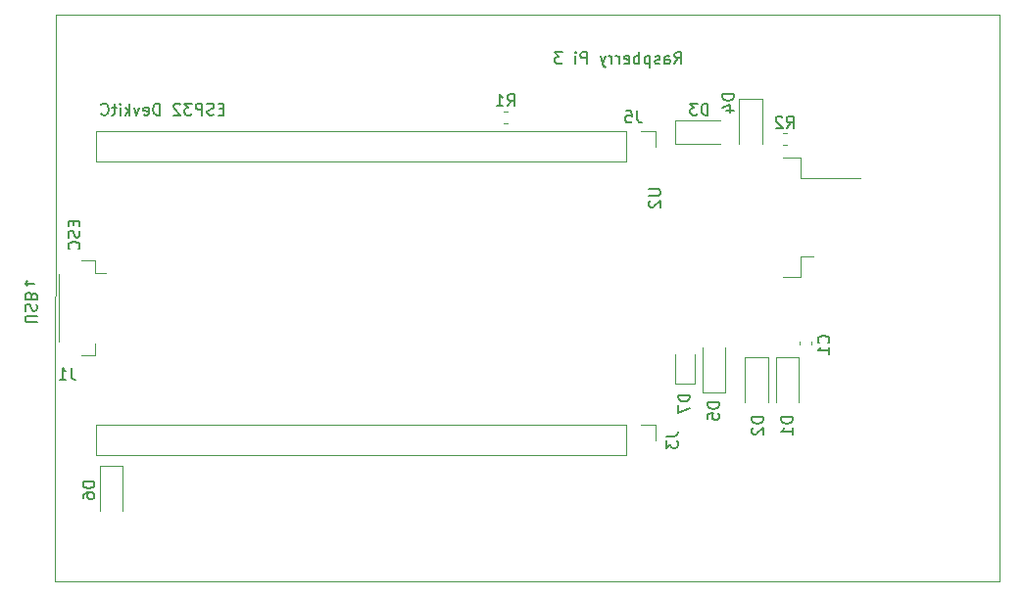
<source format=gbr>
G04 #@! TF.GenerationSoftware,KiCad,Pcbnew,5.0.2-bee76a0~70~ubuntu18.04.1*
G04 #@! TF.CreationDate,2019-11-21T17:40:54+09:00*
G04 #@! TF.ProjectId,Drone,44726f6e-652e-46b6-9963-61645f706362,rev?*
G04 #@! TF.SameCoordinates,Original*
G04 #@! TF.FileFunction,Legend,Bot*
G04 #@! TF.FilePolarity,Positive*
%FSLAX46Y46*%
G04 Gerber Fmt 4.6, Leading zero omitted, Abs format (unit mm)*
G04 Created by KiCad (PCBNEW 5.0.2-bee76a0~70~ubuntu18.04.1) date 2019年11月21日 17時40分54秒*
%MOMM*%
%LPD*%
G01*
G04 APERTURE LIST*
%ADD10C,0.150000*%
%ADD11C,0.120000*%
G04 APERTURE END LIST*
D10*
X95162619Y-104115952D02*
X94353095Y-104115952D01*
X94257857Y-104068333D01*
X94210238Y-104020714D01*
X94162619Y-103925476D01*
X94162619Y-103735000D01*
X94210238Y-103639761D01*
X94257857Y-103592142D01*
X94353095Y-103544523D01*
X95162619Y-103544523D01*
X94210238Y-103115952D02*
X94162619Y-102973095D01*
X94162619Y-102735000D01*
X94210238Y-102639761D01*
X94257857Y-102592142D01*
X94353095Y-102544523D01*
X94448333Y-102544523D01*
X94543571Y-102592142D01*
X94591190Y-102639761D01*
X94638809Y-102735000D01*
X94686428Y-102925476D01*
X94734047Y-103020714D01*
X94781666Y-103068333D01*
X94876904Y-103115952D01*
X94972142Y-103115952D01*
X95067380Y-103068333D01*
X95115000Y-103020714D01*
X95162619Y-102925476D01*
X95162619Y-102687380D01*
X95115000Y-102544523D01*
X94686428Y-101782619D02*
X94638809Y-101639761D01*
X94591190Y-101592142D01*
X94495952Y-101544523D01*
X94353095Y-101544523D01*
X94257857Y-101592142D01*
X94210238Y-101639761D01*
X94162619Y-101735000D01*
X94162619Y-102115952D01*
X95162619Y-102115952D01*
X95162619Y-101782619D01*
X95115000Y-101687380D01*
X95067380Y-101639761D01*
X94972142Y-101592142D01*
X94876904Y-101592142D01*
X94781666Y-101639761D01*
X94734047Y-101687380D01*
X94686428Y-101782619D01*
X94686428Y-102115952D01*
X94924523Y-100735000D02*
X94162619Y-100735000D01*
X94353095Y-100544523D02*
X94162619Y-100735000D01*
X94353095Y-100925476D01*
X98353571Y-95329523D02*
X98353571Y-95662857D01*
X98877380Y-95805714D02*
X98877380Y-95329523D01*
X97877380Y-95329523D01*
X97877380Y-95805714D01*
X98829761Y-96186666D02*
X98877380Y-96329523D01*
X98877380Y-96567619D01*
X98829761Y-96662857D01*
X98782142Y-96710476D01*
X98686904Y-96758095D01*
X98591666Y-96758095D01*
X98496428Y-96710476D01*
X98448809Y-96662857D01*
X98401190Y-96567619D01*
X98353571Y-96377142D01*
X98305952Y-96281904D01*
X98258333Y-96234285D01*
X98163095Y-96186666D01*
X98067857Y-96186666D01*
X97972619Y-96234285D01*
X97925000Y-96281904D01*
X97877380Y-96377142D01*
X97877380Y-96615238D01*
X97925000Y-96758095D01*
X98782142Y-97758095D02*
X98829761Y-97710476D01*
X98877380Y-97567619D01*
X98877380Y-97472380D01*
X98829761Y-97329523D01*
X98734523Y-97234285D01*
X98639285Y-97186666D01*
X98448809Y-97139047D01*
X98305952Y-97139047D01*
X98115476Y-97186666D01*
X98020238Y-97234285D01*
X97925000Y-97329523D01*
X97877380Y-97472380D01*
X97877380Y-97567619D01*
X97925000Y-97710476D01*
X97972619Y-97758095D01*
X111306904Y-85653571D02*
X110973571Y-85653571D01*
X110830714Y-86177380D02*
X111306904Y-86177380D01*
X111306904Y-85177380D01*
X110830714Y-85177380D01*
X110449761Y-86129761D02*
X110306904Y-86177380D01*
X110068809Y-86177380D01*
X109973571Y-86129761D01*
X109925952Y-86082142D01*
X109878333Y-85986904D01*
X109878333Y-85891666D01*
X109925952Y-85796428D01*
X109973571Y-85748809D01*
X110068809Y-85701190D01*
X110259285Y-85653571D01*
X110354523Y-85605952D01*
X110402142Y-85558333D01*
X110449761Y-85463095D01*
X110449761Y-85367857D01*
X110402142Y-85272619D01*
X110354523Y-85225000D01*
X110259285Y-85177380D01*
X110021190Y-85177380D01*
X109878333Y-85225000D01*
X109449761Y-86177380D02*
X109449761Y-85177380D01*
X109068809Y-85177380D01*
X108973571Y-85225000D01*
X108925952Y-85272619D01*
X108878333Y-85367857D01*
X108878333Y-85510714D01*
X108925952Y-85605952D01*
X108973571Y-85653571D01*
X109068809Y-85701190D01*
X109449761Y-85701190D01*
X108545000Y-85177380D02*
X107925952Y-85177380D01*
X108259285Y-85558333D01*
X108116428Y-85558333D01*
X108021190Y-85605952D01*
X107973571Y-85653571D01*
X107925952Y-85748809D01*
X107925952Y-85986904D01*
X107973571Y-86082142D01*
X108021190Y-86129761D01*
X108116428Y-86177380D01*
X108402142Y-86177380D01*
X108497380Y-86129761D01*
X108545000Y-86082142D01*
X107545000Y-85272619D02*
X107497380Y-85225000D01*
X107402142Y-85177380D01*
X107164047Y-85177380D01*
X107068809Y-85225000D01*
X107021190Y-85272619D01*
X106973571Y-85367857D01*
X106973571Y-85463095D01*
X107021190Y-85605952D01*
X107592619Y-86177380D01*
X106973571Y-86177380D01*
X105783095Y-86177380D02*
X105783095Y-85177380D01*
X105545000Y-85177380D01*
X105402142Y-85225000D01*
X105306904Y-85320238D01*
X105259285Y-85415476D01*
X105211666Y-85605952D01*
X105211666Y-85748809D01*
X105259285Y-85939285D01*
X105306904Y-86034523D01*
X105402142Y-86129761D01*
X105545000Y-86177380D01*
X105783095Y-86177380D01*
X104402142Y-86129761D02*
X104497380Y-86177380D01*
X104687857Y-86177380D01*
X104783095Y-86129761D01*
X104830714Y-86034523D01*
X104830714Y-85653571D01*
X104783095Y-85558333D01*
X104687857Y-85510714D01*
X104497380Y-85510714D01*
X104402142Y-85558333D01*
X104354523Y-85653571D01*
X104354523Y-85748809D01*
X104830714Y-85844047D01*
X104021190Y-85510714D02*
X103783095Y-86177380D01*
X103545000Y-85510714D01*
X103164047Y-86177380D02*
X103164047Y-85177380D01*
X103068809Y-85796428D02*
X102783095Y-86177380D01*
X102783095Y-85510714D02*
X103164047Y-85891666D01*
X102354523Y-86177380D02*
X102354523Y-85510714D01*
X102354523Y-85177380D02*
X102402142Y-85225000D01*
X102354523Y-85272619D01*
X102306904Y-85225000D01*
X102354523Y-85177380D01*
X102354523Y-85272619D01*
X102021190Y-85510714D02*
X101640238Y-85510714D01*
X101878333Y-85177380D02*
X101878333Y-86034523D01*
X101830714Y-86129761D01*
X101735476Y-86177380D01*
X101640238Y-86177380D01*
X100735476Y-86082142D02*
X100783095Y-86129761D01*
X100925952Y-86177380D01*
X101021190Y-86177380D01*
X101164047Y-86129761D01*
X101259285Y-86034523D01*
X101306904Y-85939285D01*
X101354523Y-85748809D01*
X101354523Y-85605952D01*
X101306904Y-85415476D01*
X101259285Y-85320238D01*
X101164047Y-85225000D01*
X101021190Y-85177380D01*
X100925952Y-85177380D01*
X100783095Y-85225000D01*
X100735476Y-85272619D01*
D11*
X96710500Y-126492000D02*
X178308000Y-126492000D01*
X96774000Y-77470000D02*
X96710500Y-126492000D01*
X178308000Y-77470000D02*
X96774000Y-77470000D01*
X178308000Y-77470000D02*
X178308000Y-126492000D01*
D10*
X150272142Y-81732380D02*
X150605476Y-81256190D01*
X150843571Y-81732380D02*
X150843571Y-80732380D01*
X150462619Y-80732380D01*
X150367380Y-80780000D01*
X150319761Y-80827619D01*
X150272142Y-80922857D01*
X150272142Y-81065714D01*
X150319761Y-81160952D01*
X150367380Y-81208571D01*
X150462619Y-81256190D01*
X150843571Y-81256190D01*
X149415000Y-81732380D02*
X149415000Y-81208571D01*
X149462619Y-81113333D01*
X149557857Y-81065714D01*
X149748333Y-81065714D01*
X149843571Y-81113333D01*
X149415000Y-81684761D02*
X149510238Y-81732380D01*
X149748333Y-81732380D01*
X149843571Y-81684761D01*
X149891190Y-81589523D01*
X149891190Y-81494285D01*
X149843571Y-81399047D01*
X149748333Y-81351428D01*
X149510238Y-81351428D01*
X149415000Y-81303809D01*
X148986428Y-81684761D02*
X148891190Y-81732380D01*
X148700714Y-81732380D01*
X148605476Y-81684761D01*
X148557857Y-81589523D01*
X148557857Y-81541904D01*
X148605476Y-81446666D01*
X148700714Y-81399047D01*
X148843571Y-81399047D01*
X148938809Y-81351428D01*
X148986428Y-81256190D01*
X148986428Y-81208571D01*
X148938809Y-81113333D01*
X148843571Y-81065714D01*
X148700714Y-81065714D01*
X148605476Y-81113333D01*
X148129285Y-81065714D02*
X148129285Y-82065714D01*
X148129285Y-81113333D02*
X148034047Y-81065714D01*
X147843571Y-81065714D01*
X147748333Y-81113333D01*
X147700714Y-81160952D01*
X147653095Y-81256190D01*
X147653095Y-81541904D01*
X147700714Y-81637142D01*
X147748333Y-81684761D01*
X147843571Y-81732380D01*
X148034047Y-81732380D01*
X148129285Y-81684761D01*
X147224523Y-81732380D02*
X147224523Y-80732380D01*
X147224523Y-81113333D02*
X147129285Y-81065714D01*
X146938809Y-81065714D01*
X146843571Y-81113333D01*
X146795952Y-81160952D01*
X146748333Y-81256190D01*
X146748333Y-81541904D01*
X146795952Y-81637142D01*
X146843571Y-81684761D01*
X146938809Y-81732380D01*
X147129285Y-81732380D01*
X147224523Y-81684761D01*
X145938809Y-81684761D02*
X146034047Y-81732380D01*
X146224523Y-81732380D01*
X146319761Y-81684761D01*
X146367380Y-81589523D01*
X146367380Y-81208571D01*
X146319761Y-81113333D01*
X146224523Y-81065714D01*
X146034047Y-81065714D01*
X145938809Y-81113333D01*
X145891190Y-81208571D01*
X145891190Y-81303809D01*
X146367380Y-81399047D01*
X145462619Y-81732380D02*
X145462619Y-81065714D01*
X145462619Y-81256190D02*
X145415000Y-81160952D01*
X145367380Y-81113333D01*
X145272142Y-81065714D01*
X145176904Y-81065714D01*
X144843571Y-81732380D02*
X144843571Y-81065714D01*
X144843571Y-81256190D02*
X144795952Y-81160952D01*
X144748333Y-81113333D01*
X144653095Y-81065714D01*
X144557857Y-81065714D01*
X144319761Y-81065714D02*
X144081666Y-81732380D01*
X143843571Y-81065714D02*
X144081666Y-81732380D01*
X144176904Y-81970476D01*
X144224523Y-82018095D01*
X144319761Y-82065714D01*
X142700714Y-81732380D02*
X142700714Y-80732380D01*
X142319761Y-80732380D01*
X142224523Y-80780000D01*
X142176904Y-80827619D01*
X142129285Y-80922857D01*
X142129285Y-81065714D01*
X142176904Y-81160952D01*
X142224523Y-81208571D01*
X142319761Y-81256190D01*
X142700714Y-81256190D01*
X141700714Y-81732380D02*
X141700714Y-81065714D01*
X141700714Y-80732380D02*
X141748333Y-80780000D01*
X141700714Y-80827619D01*
X141653095Y-80780000D01*
X141700714Y-80732380D01*
X141700714Y-80827619D01*
X140557857Y-80732380D02*
X139938809Y-80732380D01*
X140272142Y-81113333D01*
X140129285Y-81113333D01*
X140034047Y-81160952D01*
X139986428Y-81208571D01*
X139938809Y-81303809D01*
X139938809Y-81541904D01*
X139986428Y-81637142D01*
X140034047Y-81684761D01*
X140129285Y-81732380D01*
X140415000Y-81732380D01*
X140510238Y-81684761D01*
X140557857Y-81637142D01*
D11*
G04 #@! TO.C,U2*
X161150000Y-98405000D02*
X162250000Y-98405000D01*
X161150000Y-100215000D02*
X161150000Y-98405000D01*
X159650000Y-100215000D02*
X161150000Y-100215000D01*
X161150000Y-91625000D02*
X166275000Y-91625000D01*
X161150000Y-89815000D02*
X161150000Y-91625000D01*
X159650000Y-89815000D02*
X161150000Y-89815000D01*
G04 #@! TO.C,C1*
X162105000Y-105729721D02*
X162105000Y-106055279D01*
X161085000Y-105729721D02*
X161085000Y-106055279D01*
G04 #@! TO.C,D1*
X159020000Y-107150000D02*
X161020000Y-107150000D01*
X161020000Y-107150000D02*
X161020000Y-111000000D01*
X159020000Y-107150000D02*
X159020000Y-111000000D01*
G04 #@! TO.C,D2*
X156350000Y-107150000D02*
X156350000Y-111000000D01*
X158350000Y-107150000D02*
X158350000Y-111000000D01*
X156350000Y-107150000D02*
X158350000Y-107150000D01*
G04 #@! TO.C,J1*
X99020000Y-98760000D02*
X100170000Y-98760000D01*
X100170000Y-98760000D02*
X100170000Y-99810000D01*
X100170000Y-99810000D02*
X101160000Y-99810000D01*
X99020000Y-106980000D02*
X100170000Y-106980000D01*
X100170000Y-106980000D02*
X100170000Y-105930000D01*
X97050000Y-99930000D02*
X97050000Y-105810000D01*
G04 #@! TO.C,J3*
X148650000Y-114300000D02*
X148650000Y-112970000D01*
X148650000Y-112970000D02*
X147320000Y-112970000D01*
X146050000Y-112970000D02*
X100270000Y-112970000D01*
X100270000Y-115630000D02*
X100270000Y-112970000D01*
X146050000Y-115630000D02*
X100270000Y-115630000D01*
X146050000Y-115630000D02*
X146050000Y-112970000D01*
G04 #@! TO.C,J5*
X146050000Y-90230000D02*
X146050000Y-87570000D01*
X146050000Y-90230000D02*
X100270000Y-90230000D01*
X100270000Y-90230000D02*
X100270000Y-87570000D01*
X146050000Y-87570000D02*
X100270000Y-87570000D01*
X148650000Y-87570000D02*
X147320000Y-87570000D01*
X148650000Y-88900000D02*
X148650000Y-87570000D01*
G04 #@! TO.C,D3*
X150330000Y-88630000D02*
X150330000Y-86630000D01*
X150330000Y-86630000D02*
X154180000Y-86630000D01*
X150330000Y-88630000D02*
X154180000Y-88630000D01*
G04 #@! TO.C,D4*
X155845000Y-84795000D02*
X155845000Y-88645000D01*
X157845000Y-84795000D02*
X157845000Y-88645000D01*
X155845000Y-84795000D02*
X157845000Y-84795000D01*
G04 #@! TO.C,D5*
X154670000Y-110150000D02*
X154670000Y-106300000D01*
X152670000Y-110150000D02*
X152670000Y-106300000D01*
X154670000Y-110150000D02*
X152670000Y-110150000D01*
G04 #@! TO.C,D6*
X100600000Y-116545000D02*
X102600000Y-116545000D01*
X102600000Y-116545000D02*
X102600000Y-120395000D01*
X100600000Y-116545000D02*
X100600000Y-120395000D01*
G04 #@! TO.C,D7*
X151980000Y-109450000D02*
X150280000Y-109450000D01*
X150280000Y-109450000D02*
X150280000Y-106900000D01*
X151980000Y-109450000D02*
X151980000Y-106900000D01*
G04 #@! TO.C,R1*
X135821267Y-85850000D02*
X135478733Y-85850000D01*
X135821267Y-86870000D02*
X135478733Y-86870000D01*
G04 #@! TO.C,R2*
X159951267Y-88775000D02*
X159608733Y-88775000D01*
X159951267Y-87755000D02*
X159608733Y-87755000D01*
G04 #@! TO.C,U2*
D10*
X148042380Y-92583095D02*
X148851904Y-92583095D01*
X148947142Y-92630714D01*
X148994761Y-92678333D01*
X149042380Y-92773571D01*
X149042380Y-92964047D01*
X148994761Y-93059285D01*
X148947142Y-93106904D01*
X148851904Y-93154523D01*
X148042380Y-93154523D01*
X148137619Y-93583095D02*
X148090000Y-93630714D01*
X148042380Y-93725952D01*
X148042380Y-93964047D01*
X148090000Y-94059285D01*
X148137619Y-94106904D01*
X148232857Y-94154523D01*
X148328095Y-94154523D01*
X148470952Y-94106904D01*
X149042380Y-93535476D01*
X149042380Y-94154523D01*
G04 #@! TO.C,C1*
X163552142Y-105878333D02*
X163599761Y-105830714D01*
X163647380Y-105687857D01*
X163647380Y-105592619D01*
X163599761Y-105449761D01*
X163504523Y-105354523D01*
X163409285Y-105306904D01*
X163218809Y-105259285D01*
X163075952Y-105259285D01*
X162885476Y-105306904D01*
X162790238Y-105354523D01*
X162695000Y-105449761D01*
X162647380Y-105592619D01*
X162647380Y-105687857D01*
X162695000Y-105830714D01*
X162742619Y-105878333D01*
X163647380Y-106830714D02*
X163647380Y-106259285D01*
X163647380Y-106545000D02*
X162647380Y-106545000D01*
X162790238Y-106449761D01*
X162885476Y-106354523D01*
X162933095Y-106259285D01*
G04 #@! TO.C,D1*
X160472380Y-112291904D02*
X159472380Y-112291904D01*
X159472380Y-112530000D01*
X159520000Y-112672857D01*
X159615238Y-112768095D01*
X159710476Y-112815714D01*
X159900952Y-112863333D01*
X160043809Y-112863333D01*
X160234285Y-112815714D01*
X160329523Y-112768095D01*
X160424761Y-112672857D01*
X160472380Y-112530000D01*
X160472380Y-112291904D01*
X160472380Y-113815714D02*
X160472380Y-113244285D01*
X160472380Y-113530000D02*
X159472380Y-113530000D01*
X159615238Y-113434761D01*
X159710476Y-113339523D01*
X159758095Y-113244285D01*
G04 #@! TO.C,D2*
X157932380Y-112291904D02*
X156932380Y-112291904D01*
X156932380Y-112530000D01*
X156980000Y-112672857D01*
X157075238Y-112768095D01*
X157170476Y-112815714D01*
X157360952Y-112863333D01*
X157503809Y-112863333D01*
X157694285Y-112815714D01*
X157789523Y-112768095D01*
X157884761Y-112672857D01*
X157932380Y-112530000D01*
X157932380Y-112291904D01*
X157027619Y-113244285D02*
X156980000Y-113291904D01*
X156932380Y-113387142D01*
X156932380Y-113625238D01*
X156980000Y-113720476D01*
X157027619Y-113768095D01*
X157122857Y-113815714D01*
X157218095Y-113815714D01*
X157360952Y-113768095D01*
X157932380Y-113196666D01*
X157932380Y-113815714D01*
G04 #@! TO.C,J1*
X98123333Y-108037380D02*
X98123333Y-108751666D01*
X98170952Y-108894523D01*
X98266190Y-108989761D01*
X98409047Y-109037380D01*
X98504285Y-109037380D01*
X97123333Y-109037380D02*
X97694761Y-109037380D01*
X97409047Y-109037380D02*
X97409047Y-108037380D01*
X97504285Y-108180238D01*
X97599523Y-108275476D01*
X97694761Y-108323095D01*
G04 #@! TO.C,J3*
X149542380Y-113966666D02*
X150256666Y-113966666D01*
X150399523Y-113919047D01*
X150494761Y-113823809D01*
X150542380Y-113680952D01*
X150542380Y-113585714D01*
X149542380Y-114347619D02*
X149542380Y-114966666D01*
X149923333Y-114633333D01*
X149923333Y-114776190D01*
X149970952Y-114871428D01*
X150018571Y-114919047D01*
X150113809Y-114966666D01*
X150351904Y-114966666D01*
X150447142Y-114919047D01*
X150494761Y-114871428D01*
X150542380Y-114776190D01*
X150542380Y-114490476D01*
X150494761Y-114395238D01*
X150447142Y-114347619D01*
G04 #@! TO.C,J5*
X147018333Y-85812380D02*
X147018333Y-86526666D01*
X147065952Y-86669523D01*
X147161190Y-86764761D01*
X147304047Y-86812380D01*
X147399285Y-86812380D01*
X146065952Y-85812380D02*
X146542142Y-85812380D01*
X146589761Y-86288571D01*
X146542142Y-86240952D01*
X146446904Y-86193333D01*
X146208809Y-86193333D01*
X146113571Y-86240952D01*
X146065952Y-86288571D01*
X146018333Y-86383809D01*
X146018333Y-86621904D01*
X146065952Y-86717142D01*
X146113571Y-86764761D01*
X146208809Y-86812380D01*
X146446904Y-86812380D01*
X146542142Y-86764761D01*
X146589761Y-86717142D01*
G04 #@! TO.C,D3*
X153141095Y-86177380D02*
X153141095Y-85177380D01*
X152903000Y-85177380D01*
X152760142Y-85225000D01*
X152664904Y-85320238D01*
X152617285Y-85415476D01*
X152569666Y-85605952D01*
X152569666Y-85748809D01*
X152617285Y-85939285D01*
X152664904Y-86034523D01*
X152760142Y-86129761D01*
X152903000Y-86177380D01*
X153141095Y-86177380D01*
X152236333Y-85177380D02*
X151617285Y-85177380D01*
X151950619Y-85558333D01*
X151807761Y-85558333D01*
X151712523Y-85605952D01*
X151664904Y-85653571D01*
X151617285Y-85748809D01*
X151617285Y-85986904D01*
X151664904Y-86082142D01*
X151712523Y-86129761D01*
X151807761Y-86177380D01*
X152093476Y-86177380D01*
X152188714Y-86129761D01*
X152236333Y-86082142D01*
G04 #@! TO.C,D4*
X155392380Y-84351904D02*
X154392380Y-84351904D01*
X154392380Y-84590000D01*
X154440000Y-84732857D01*
X154535238Y-84828095D01*
X154630476Y-84875714D01*
X154820952Y-84923333D01*
X154963809Y-84923333D01*
X155154285Y-84875714D01*
X155249523Y-84828095D01*
X155344761Y-84732857D01*
X155392380Y-84590000D01*
X155392380Y-84351904D01*
X154725714Y-85780476D02*
X155392380Y-85780476D01*
X154344761Y-85542380D02*
X155059047Y-85304285D01*
X155059047Y-85923333D01*
G04 #@! TO.C,D5*
X154122380Y-111021904D02*
X153122380Y-111021904D01*
X153122380Y-111260000D01*
X153170000Y-111402857D01*
X153265238Y-111498095D01*
X153360476Y-111545714D01*
X153550952Y-111593333D01*
X153693809Y-111593333D01*
X153884285Y-111545714D01*
X153979523Y-111498095D01*
X154074761Y-111402857D01*
X154122380Y-111260000D01*
X154122380Y-111021904D01*
X153122380Y-112498095D02*
X153122380Y-112021904D01*
X153598571Y-111974285D01*
X153550952Y-112021904D01*
X153503333Y-112117142D01*
X153503333Y-112355238D01*
X153550952Y-112450476D01*
X153598571Y-112498095D01*
X153693809Y-112545714D01*
X153931904Y-112545714D01*
X154027142Y-112498095D01*
X154074761Y-112450476D01*
X154122380Y-112355238D01*
X154122380Y-112117142D01*
X154074761Y-112021904D01*
X154027142Y-111974285D01*
G04 #@! TO.C,D6*
X100147380Y-117879904D02*
X99147380Y-117879904D01*
X99147380Y-118118000D01*
X99195000Y-118260857D01*
X99290238Y-118356095D01*
X99385476Y-118403714D01*
X99575952Y-118451333D01*
X99718809Y-118451333D01*
X99909285Y-118403714D01*
X100004523Y-118356095D01*
X100099761Y-118260857D01*
X100147380Y-118118000D01*
X100147380Y-117879904D01*
X99147380Y-119308476D02*
X99147380Y-119118000D01*
X99195000Y-119022761D01*
X99242619Y-118975142D01*
X99385476Y-118879904D01*
X99575952Y-118832285D01*
X99956904Y-118832285D01*
X100052142Y-118879904D01*
X100099761Y-118927523D01*
X100147380Y-119022761D01*
X100147380Y-119213238D01*
X100099761Y-119308476D01*
X100052142Y-119356095D01*
X99956904Y-119403714D01*
X99718809Y-119403714D01*
X99623571Y-119356095D01*
X99575952Y-119308476D01*
X99528333Y-119213238D01*
X99528333Y-119022761D01*
X99575952Y-118927523D01*
X99623571Y-118879904D01*
X99718809Y-118832285D01*
G04 #@! TO.C,D7*
X151582380Y-110386904D02*
X150582380Y-110386904D01*
X150582380Y-110625000D01*
X150630000Y-110767857D01*
X150725238Y-110863095D01*
X150820476Y-110910714D01*
X151010952Y-110958333D01*
X151153809Y-110958333D01*
X151344285Y-110910714D01*
X151439523Y-110863095D01*
X151534761Y-110767857D01*
X151582380Y-110625000D01*
X151582380Y-110386904D01*
X150582380Y-111291666D02*
X150582380Y-111958333D01*
X151582380Y-111529761D01*
G04 #@! TO.C,R1*
X135816666Y-85382380D02*
X136150000Y-84906190D01*
X136388095Y-85382380D02*
X136388095Y-84382380D01*
X136007142Y-84382380D01*
X135911904Y-84430000D01*
X135864285Y-84477619D01*
X135816666Y-84572857D01*
X135816666Y-84715714D01*
X135864285Y-84810952D01*
X135911904Y-84858571D01*
X136007142Y-84906190D01*
X136388095Y-84906190D01*
X134864285Y-85382380D02*
X135435714Y-85382380D01*
X135150000Y-85382380D02*
X135150000Y-84382380D01*
X135245238Y-84525238D01*
X135340476Y-84620476D01*
X135435714Y-84668095D01*
G04 #@! TO.C,R2*
X159946666Y-87287380D02*
X160280000Y-86811190D01*
X160518095Y-87287380D02*
X160518095Y-86287380D01*
X160137142Y-86287380D01*
X160041904Y-86335000D01*
X159994285Y-86382619D01*
X159946666Y-86477857D01*
X159946666Y-86620714D01*
X159994285Y-86715952D01*
X160041904Y-86763571D01*
X160137142Y-86811190D01*
X160518095Y-86811190D01*
X159565714Y-86382619D02*
X159518095Y-86335000D01*
X159422857Y-86287380D01*
X159184761Y-86287380D01*
X159089523Y-86335000D01*
X159041904Y-86382619D01*
X158994285Y-86477857D01*
X158994285Y-86573095D01*
X159041904Y-86715952D01*
X159613333Y-87287380D01*
X158994285Y-87287380D01*
G04 #@! TD*
M02*

</source>
